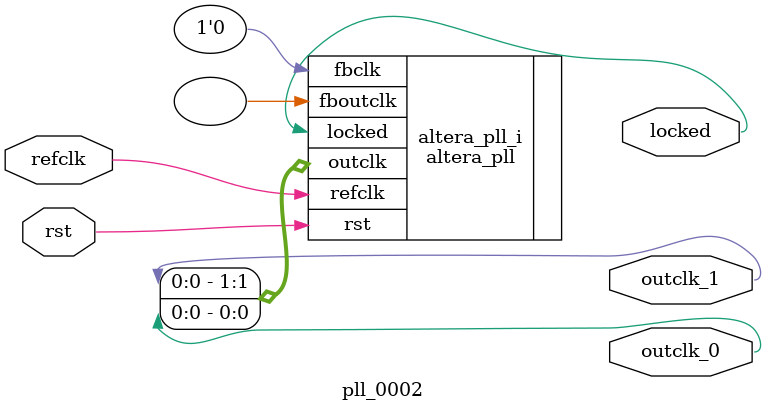
<source format=v>
`timescale 1ns/10ps
module  pll_0002(

	// interface 'refclk'
	input wire refclk,

	// interface 'reset'
	input wire rst,

	// interface 'outclk0'
	output wire outclk_0,

	// interface 'outclk1'
	output wire outclk_1,

	// interface 'locked'
	output wire locked
);

	altera_pll #(
		.fractional_vco_multiplier("false"),
		.reference_clock_frequency("50.0 MHz"),
		.operation_mode("direct"),
		.number_of_clocks(2),
		.output_clock_frequency0("50.000000 MHz"),
		.phase_shift0("0 ps"),
		.duty_cycle0(50),
		.output_clock_frequency1("25.000000 MHz"),
		.phase_shift1("0 ps"),
		.duty_cycle1(50),
		.output_clock_frequency2("0 MHz"),
		.phase_shift2("0 ps"),
		.duty_cycle2(50),
		.output_clock_frequency3("0 MHz"),
		.phase_shift3("0 ps"),
		.duty_cycle3(50),
		.output_clock_frequency4("0 MHz"),
		.phase_shift4("0 ps"),
		.duty_cycle4(50),
		.output_clock_frequency5("0 MHz"),
		.phase_shift5("0 ps"),
		.duty_cycle5(50),
		.output_clock_frequency6("0 MHz"),
		.phase_shift6("0 ps"),
		.duty_cycle6(50),
		.output_clock_frequency7("0 MHz"),
		.phase_shift7("0 ps"),
		.duty_cycle7(50),
		.output_clock_frequency8("0 MHz"),
		.phase_shift8("0 ps"),
		.duty_cycle8(50),
		.output_clock_frequency9("0 MHz"),
		.phase_shift9("0 ps"),
		.duty_cycle9(50),
		.output_clock_frequency10("0 MHz"),
		.phase_shift10("0 ps"),
		.duty_cycle10(50),
		.output_clock_frequency11("0 MHz"),
		.phase_shift11("0 ps"),
		.duty_cycle11(50),
		.output_clock_frequency12("0 MHz"),
		.phase_shift12("0 ps"),
		.duty_cycle12(50),
		.output_clock_frequency13("0 MHz"),
		.phase_shift13("0 ps"),
		.duty_cycle13(50),
		.output_clock_frequency14("0 MHz"),
		.phase_shift14("0 ps"),
		.duty_cycle14(50),
		.output_clock_frequency15("0 MHz"),
		.phase_shift15("0 ps"),
		.duty_cycle15(50),
		.output_clock_frequency16("0 MHz"),
		.phase_shift16("0 ps"),
		.duty_cycle16(50),
		.output_clock_frequency17("0 MHz"),
		.phase_shift17("0 ps"),
		.duty_cycle17(50),
		.pll_type("General"),
		.pll_subtype("General")
	) altera_pll_i (
		.rst	(rst),
		.outclk	({outclk_1, outclk_0}),
		.locked	(locked),
		.fboutclk	( ),
		.fbclk	(1'b0),
		.refclk	(refclk)
	);
endmodule


</source>
